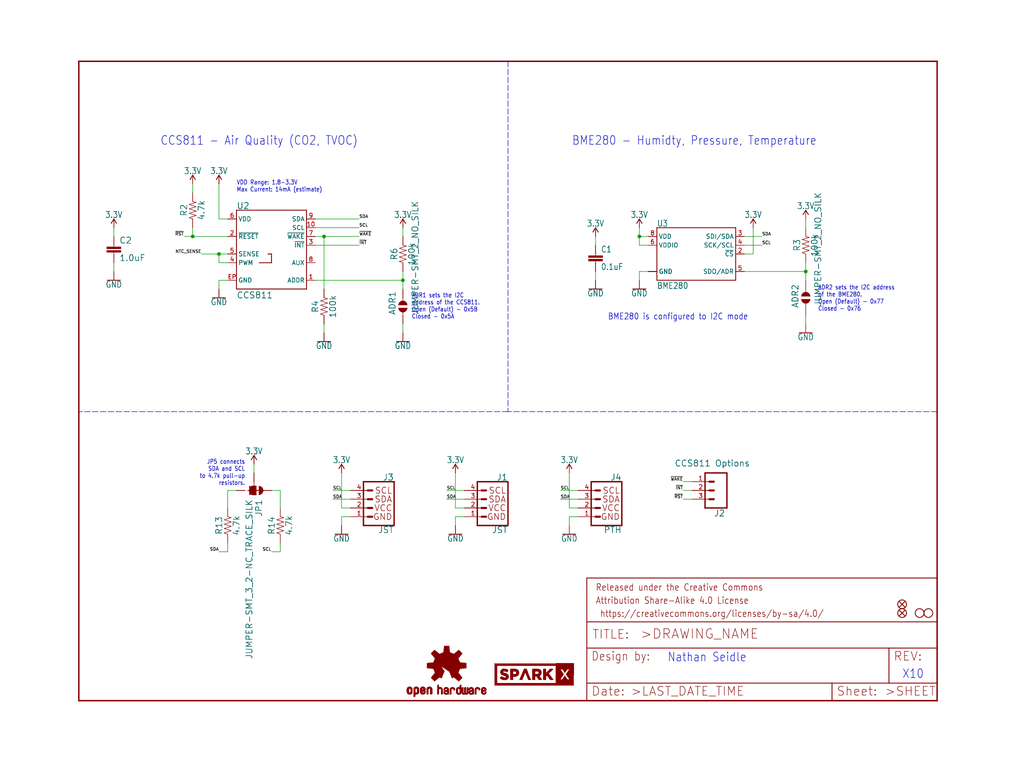
<source format=kicad_sch>
(kicad_sch (version 20211123) (generator eeschema)
  (paper "User" 297.002 223.926)
  (lib_symbols
    (symbol "eagleSchem-eagle-import:0.1UF-25V-5%(0603)"
      (property "Reference" "C" (at 1.524 2.921 0))
      (property "Value" "0.1UF-25V-5%(0603)" (at 1.524 -2.159 0))
      (symbol "0.1UF-25V-5%(0603)_1_0"
        (pin passive line (at 0 5.08 270) (length 2.54) (name "1") (number "1"))
        (pin passive line (at 0 -2.54 90) (length 2.54) (name "2") (number "2"))
      )
    )
    (symbol "eagleSchem-eagle-import:1.0UF-0603-16V-10%"
      (property "Reference" "C" (at 1.524 2.921 0))
      (property "Value" "1.0UF-0603-16V-10%" (at 1.524 -2.159 0))
      (symbol "1.0UF-0603-16V-10%_1_0"
        (pin passive line (at 0 5.08 270) (length 2.54) (name "1") (number "1"))
        (pin passive line (at 0 -2.54 90) (length 2.54) (name "2") (number "2"))
      )
    )
    (symbol "eagleSchem-eagle-import:100KOHM-0603-1{slash}10W-1%"
      (property "Reference" "R" (at 0 1.524 0))
      (property "Value" "100KOHM-0603-1{slash}10W-1%" (at 0 -1.524 0))
      (symbol "100KOHM-0603-1{slash}10W-1%_1_0"
        (pin passive line (at -5.08 0 0) (length 2.54) (name "1") (number "1"))
        (pin passive line (at 5.08 0 180) (length 2.54) (name "2") (number "2"))
      )
    )
    (symbol "eagleSchem-eagle-import:3.3V" (power)
      (property "Value" "3.3V" (at 0 2.794 0))
      (symbol "3.3V_1_0"
        (pin power_in line (at 0 0 90) (length 2.54) (name "3.3V") (number "1"))
      )
    )
    (symbol "eagleSchem-eagle-import:4.7KOHM-0603-1{slash}10W-1%"
      (property "Reference" "R" (at 0 1.524 0))
      (property "Value" "4.7KOHM-0603-1{slash}10W-1%" (at 0 -1.524 0))
      (symbol "4.7KOHM-0603-1{slash}10W-1%_1_0"
        (pin passive line (at -5.08 0 0) (length 2.54) (name "1") (number "1"))
        (pin passive line (at 5.08 0 180) (length 2.54) (name "2") (number "2"))
      )
    )
    (symbol "eagleSchem-eagle-import:BME280"
      (property "Reference" "U" (at -10.16 7.874 0))
      (property "Value" "BME280" (at -10.16 -10.16 0))
      (symbol "BME280_1_0"
        (pin bidirectional line (at -12.7 -5.08 0) (length 2.54) (name "GND") (number "1"))
        (pin bidirectional line (at 15.24 0 180) (length 2.54) (name "~{CS}") (number "2"))
        (pin bidirectional line (at 15.24 5.08 180) (length 2.54) (name "SDI/SDA") (number "3"))
        (pin bidirectional line (at 15.24 2.54 180) (length 2.54) (name "SCK/SCL") (number "4"))
        (pin bidirectional line (at 15.24 -5.08 180) (length 2.54) (name "SDO/ADR") (number "5"))
        (pin bidirectional line (at -12.7 2.54 0) (length 2.54) (name "VDDIO") (number "6"))
        (pin bidirectional line (at -12.7 -5.08 0) (length 2.54) (name "GND") (number "7"))
        (pin bidirectional line (at -12.7 5.08 0) (length 2.54) (name "VDD") (number "8"))
      )
    )
    (symbol "eagleSchem-eagle-import:CCS811PRODUCTION"
      (property "Reference" "U" (at -10.16 10.414 0))
      (property "Value" "CCS811PRODUCTION" (at -10.16 -15.494 0))
      (symbol "CCS811PRODUCTION_1_0"
        (pin bidirectional line (at 12.7 -10.16 180) (length 2.54) (name "ADDR") (number "1"))
        (pin bidirectional line (at 12.7 5.08 180) (length 2.54) (name "SCL") (number "10"))
        (pin bidirectional line (at -12.7 2.54 0) (length 2.54) (name "~{RESET}") (number "2"))
        (pin bidirectional line (at 12.7 0 180) (length 2.54) (name "~{INT}") (number "3"))
        (pin bidirectional line (at -12.7 -5.08 0) (length 2.54) (name "PWM") (number "4"))
        (pin bidirectional line (at -12.7 -2.54 0) (length 2.54) (name "SENSE") (number "5"))
        (pin bidirectional line (at -12.7 7.62 0) (length 2.54) (name "VDD") (number "6"))
        (pin bidirectional line (at 12.7 2.54 180) (length 2.54) (name "~{WAKE}") (number "7"))
        (pin bidirectional line (at 12.7 -5.08 180) (length 2.54) (name "AUX") (number "8"))
        (pin bidirectional line (at 12.7 7.62 180) (length 2.54) (name "SDA") (number "9"))
        (pin bidirectional line (at -12.7 -10.16 0) (length 2.54) (name "GND") (number "EP"))
      )
    )
    (symbol "eagleSchem-eagle-import:CONN_031X03_NO_SILK"
      (property "Reference" "J" (at -2.54 5.588 0))
      (property "Value" "CONN_031X03_NO_SILK" (at -2.54 -7.366 0))
      (symbol "CONN_031X03_NO_SILK_1_0"
        (pin passive line (at 7.62 -2.54 180) (length 5.08) (name "1") (number "1"))
        (pin passive line (at 7.62 0 180) (length 5.08) (name "2") (number "2"))
        (pin passive line (at 7.62 2.54 180) (length 5.08) (name "3") (number "3"))
      )
    )
    (symbol "eagleSchem-eagle-import:FIDUCIAL1X2")
    (symbol "eagleSchem-eagle-import:FRAME-LETTER"
      (symbol "FRAME-LETTER_2_0"
        (text " https://creativecommons.org/licenses/by-sa/4.0/" (at 2.54 24.13 0) (effects (font (size 1.9304 1.6408)) (justify left bottom)))
        (text ">DRAWING_NAME" (at 15.494 17.78 0) (effects (font (size 2.7432 2.7432)) (justify left bottom)))
        (text ">LAST_DATE_TIME" (at 12.7 1.27 0) (effects (font (size 2.54 2.54)) (justify left bottom)))
        (text ">SHEET" (at 86.36 1.27 0) (effects (font (size 2.54 2.54)) (justify left bottom)))
        (text "Attribution Share-Alike 4.0 License" (at 2.54 27.94 0) (effects (font (size 1.9304 1.6408)) (justify left bottom)))
        (text "Date:" (at 1.27 1.27 0) (effects (font (size 2.54 2.54)) (justify left bottom)))
        (text "Design by:" (at 1.27 11.43 0) (effects (font (size 2.54 2.159)) (justify left bottom)))
        (text "Released under the Creative Commons" (at 2.54 31.75 0) (effects (font (size 1.9304 1.6408)) (justify left bottom)))
        (text "REV:" (at 88.9 11.43 0) (effects (font (size 2.54 2.54)) (justify left bottom)))
        (text "Sheet:" (at 72.39 1.27 0) (effects (font (size 2.54 2.54)) (justify left bottom)))
        (text "TITLE:" (at 1.524 17.78 0) (effects (font (size 2.54 2.54)) (justify left bottom)))
      )
    )
    (symbol "eagleSchem-eagle-import:GND" (power)
      (property "Value" "GND" (at 0 -0.254 0))
      (symbol "GND_1_0"
        (pin power_in line (at 0 2.54 270) (length 2.54) (name "GND") (number "1"))
      )
    )
    (symbol "eagleSchem-eagle-import:I2C_STANDARDJS-1MM"
      (property "Reference" "J" (at -5.08 7.874 0))
      (property "Value" "I2C_STANDARDJS-1MM" (at -5.08 -5.334 0))
      (symbol "I2C_STANDARDJS-1MM_1_0"
        (text "GND" (at -4.572 -2.54 0) (effects (font (size 1.778 1.778)) (justify left)))
        (text "SCL" (at -4.572 5.08 0) (effects (font (size 1.778 1.778)) (justify left)))
        (text "SDA" (at -4.572 2.54 0) (effects (font (size 1.778 1.778)) (justify left)))
        (text "VCC" (at -4.572 0 0) (effects (font (size 1.778 1.778)) (justify left)))
        (pin power_in line (at 7.62 -2.54 180) (length 5.08) (name "GND") (number "1"))
        (pin power_in line (at 7.62 0 180) (length 5.08) (name "VCC") (number "2"))
        (pin passive line (at 7.62 2.54 180) (length 5.08) (name "SDA") (number "3"))
        (pin passive line (at 7.62 5.08 180) (length 5.08) (name "SCL") (number "4"))
      )
    )
    (symbol "eagleSchem-eagle-import:I2C_STANDARD_NO_SILK"
      (property "Reference" "J" (at -5.08 7.874 0))
      (property "Value" "I2C_STANDARD_NO_SILK" (at -5.08 -5.334 0))
      (symbol "I2C_STANDARD_NO_SILK_1_0"
        (text "GND" (at -4.572 -2.54 0) (effects (font (size 1.778 1.778)) (justify left)))
        (text "SCL" (at -4.572 5.08 0) (effects (font (size 1.778 1.778)) (justify left)))
        (text "SDA" (at -4.572 2.54 0) (effects (font (size 1.778 1.778)) (justify left)))
        (text "VCC" (at -4.572 0 0) (effects (font (size 1.778 1.778)) (justify left)))
        (pin power_in line (at 7.62 -2.54 180) (length 5.08) (name "GND") (number "1"))
        (pin power_in line (at 7.62 0 180) (length 5.08) (name "VCC") (number "2"))
        (pin passive line (at 7.62 2.54 180) (length 5.08) (name "SDA") (number "3"))
        (pin passive line (at 7.62 5.08 180) (length 5.08) (name "SCL") (number "4"))
      )
    )
    (symbol "eagleSchem-eagle-import:JUMPER-SMT_2_NO_SILK"
      (property "Reference" "JP" (at -2.54 2.54 0))
      (property "Value" "JUMPER-SMT_2_NO_SILK" (at -2.54 -2.54 0))
      (symbol "JUMPER-SMT_2_NO_SILK_1_0"
        (pin passive line (at -5.08 0 0) (length 2.54) (name "1") (number "1"))
        (pin passive line (at 5.08 0 180) (length 2.54) (name "2") (number "2"))
      )
    )
    (symbol "eagleSchem-eagle-import:JUMPER-SMT_3_2-NC_TRACE_SILK"
      (property "Reference" "JP" (at 2.54 0.381 0))
      (property "Value" "JUMPER-SMT_3_2-NC_TRACE_SILK" (at 2.54 -0.381 0))
      (symbol "JUMPER-SMT_3_2-NC_TRACE_SILK_1_0"
        (pin passive line (at 0 5.08 270) (length 2.54) (name "1") (number "1"))
        (pin passive line (at -5.08 0 0) (length 2.54) (name "2") (number "2"))
        (pin passive line (at 0 -5.08 90) (length 2.54) (name "3") (number "3"))
      )
    )
    (symbol "eagleSchem-eagle-import:OSHW-LOGOS")
    (symbol "eagleSchem-eagle-import:SPARKX-LOGO4")
    (symbol "eagleSchem-eagle-import:STAND-OFF")
  )
  (junction (at 63.5 73.66))
  (junction (at 116.84 81.28))
  (junction (at 55.88 68.58))
  (junction (at 185.42 68.58))
  (junction (at 233.68 78.74))
  (junction (at 93.98 68.58))
  (wire (pts (xy 167.64 147.32) (xy 165.1 147.32)))
  (wire (pts (xy 81.28 157.48) (xy 81.28 160.02)))
  (wire (pts (xy 33.02 78.74) (xy 33.02 76.2)))
  (wire (pts (xy 218.44 66.04) (xy 218.44 73.66)))
  (wire (pts (xy 134.62 142.24) (xy 129.54 142.24)))
  (wire (pts (xy 93.98 96.52) (xy 93.98 93.98)))
  (wire (pts (xy 66.04 63.5) (xy 63.5 63.5)))
  (wire (pts (xy 165.1 147.32) (xy 165.1 137.16)))
  (wire (pts (xy 63.5 160.02) (xy 66.04 160.02)))
  (wire (pts (xy 167.64 142.24) (xy 162.56 142.24)))
  (wire (pts (xy 93.98 83.82) (xy 93.98 68.58)))
  (wire (pts (xy 91.44 63.5) (xy 104.14 63.5)))
  (wire (pts (xy 33.02 66.04) (xy 33.02 68.58)))
  (wire (pts (xy 55.88 53.34) (xy 55.88 55.88)))
  (wire (pts (xy 172.72 81.28) (xy 172.72 78.74)))
  (wire (pts (xy 200.66 142.24) (xy 198.12 142.24)))
  (wire (pts (xy 167.64 149.86) (xy 165.1 149.86)))
  (wire (pts (xy 91.44 66.04) (xy 104.14 66.04)))
  (wire (pts (xy 233.68 81.28) (xy 233.68 78.74)))
  (wire (pts (xy 116.84 81.28) (xy 116.84 78.74)))
  (wire (pts (xy 101.6 149.86) (xy 99.06 149.86)))
  (wire (pts (xy 187.96 78.74) (xy 185.42 78.74)))
  (wire (pts (xy 165.1 149.86) (xy 165.1 152.4)))
  (wire (pts (xy 167.64 144.78) (xy 162.56 144.78)))
  (wire (pts (xy 215.9 68.58) (xy 220.98 68.58)))
  (wire (pts (xy 116.84 83.82) (xy 116.84 81.28)))
  (wire (pts (xy 91.44 71.12) (xy 104.14 71.12)))
  (wire (pts (xy 134.62 149.86) (xy 132.08 149.86)))
  (wire (pts (xy 134.62 147.32) (xy 132.08 147.32)))
  (wire (pts (xy 63.5 73.66) (xy 58.42 73.66)))
  (wire (pts (xy 63.5 73.66) (xy 63.5 76.2)))
  (wire (pts (xy 185.42 71.12) (xy 185.42 68.58)))
  (wire (pts (xy 134.62 144.78) (xy 129.54 144.78)))
  (wire (pts (xy 116.84 66.04) (xy 116.84 68.58)))
  (wire (pts (xy 233.68 93.98) (xy 233.68 91.44)))
  (wire (pts (xy 215.9 73.66) (xy 218.44 73.66)))
  (wire (pts (xy 116.84 96.52) (xy 116.84 93.98)))
  (wire (pts (xy 101.6 147.32) (xy 99.06 147.32)))
  (wire (pts (xy 63.5 81.28) (xy 63.5 83.82)))
  (wire (pts (xy 185.42 68.58) (xy 185.42 66.04)))
  (wire (pts (xy 215.9 71.12) (xy 220.98 71.12)))
  (wire (pts (xy 81.28 147.32) (xy 81.28 142.24)))
  (polyline (pts (xy 147.32 119.38) (xy 22.86 119.38)))
  (wire (pts (xy 101.6 142.24) (xy 96.52 142.24)))
  (wire (pts (xy 200.66 144.78) (xy 198.12 144.78)))
  (wire (pts (xy 187.96 71.12) (xy 185.42 71.12)))
  (wire (pts (xy 233.68 78.74) (xy 233.68 76.2)))
  (wire (pts (xy 91.44 68.58) (xy 93.98 68.58)))
  (wire (pts (xy 233.68 63.5) (xy 233.68 66.04)))
  (wire (pts (xy 66.04 147.32) (xy 66.04 142.24)))
  (wire (pts (xy 101.6 144.78) (xy 96.52 144.78)))
  (wire (pts (xy 66.04 81.28) (xy 63.5 81.28)))
  (wire (pts (xy 66.04 73.66) (xy 63.5 73.66)))
  (wire (pts (xy 66.04 142.24) (xy 68.58 142.24)))
  (polyline (pts (xy 271.78 119.38) (xy 147.32 119.38)))
  (wire (pts (xy 63.5 76.2) (xy 66.04 76.2)))
  (wire (pts (xy 55.88 68.58) (xy 53.34 68.58)))
  (wire (pts (xy 132.08 147.32) (xy 132.08 137.16)))
  (wire (pts (xy 99.06 147.32) (xy 99.06 137.16)))
  (wire (pts (xy 63.5 63.5) (xy 63.5 53.34)))
  (wire (pts (xy 185.42 78.74) (xy 185.42 81.28)))
  (wire (pts (xy 172.72 71.12) (xy 172.72 68.58)))
  (wire (pts (xy 55.88 68.58) (xy 55.88 66.04)))
  (polyline (pts (xy 147.32 17.78) (xy 147.32 119.38)))
  (wire (pts (xy 91.44 81.28) (xy 116.84 81.28)))
  (wire (pts (xy 185.42 68.58) (xy 187.96 68.58)))
  (wire (pts (xy 66.04 157.48) (xy 66.04 160.02)))
  (wire (pts (xy 200.66 139.7) (xy 198.12 139.7)))
  (wire (pts (xy 81.28 142.24) (xy 78.74 142.24)))
  (wire (pts (xy 81.28 160.02) (xy 78.74 160.02)))
  (wire (pts (xy 93.98 68.58) (xy 104.14 68.58)))
  (wire (pts (xy 132.08 149.86) (xy 132.08 152.4)))
  (wire (pts (xy 66.04 68.58) (xy 55.88 68.58)))
  (wire (pts (xy 215.9 78.74) (xy 233.68 78.74)))
  (wire (pts (xy 73.66 134.62) (xy 73.66 137.16)))
  (wire (pts (xy 99.06 149.86) (xy 99.06 152.4)))
  (text "CCS811 - Air Quality (CO2, TVOC)" (at 46.482 42.418 180) (effects (font (size 2.54 2.159)) (justify left bottom)))
  (text "ADR1 sets the I2C\naddress of the CCS811.\nOpen (Default) - 0x5B\nClosed - 0x5A" (at 119.38 88.9 180) (effects (font (size 1.27 1.0795)) (justify left)))
  (text "BME280 is configured to I2C mode" (at 176.276 90.932 180) (effects (font (size 1.778 1.5113)) (justify left top)))
  (text "JP5 connects\nSDA and SCL\nto 4.7k pull-up\nresistors." (at 71.12 137.16 180) (effects (font (size 1.27 1.0795)) (justify right)))
  (text "Nathan Seidle" (at 193.548 190.754 180) (effects (font (size 2.54 2.159)) (justify left)))
  (text "BME280 - Humidty, Pressure, Temperature" (at 165.862 42.418 180) (effects (font (size 2.54 2.159)) (justify left bottom)))
  (text "VDD Range: 1.8-3.3V\nMax Current: 14mA (estimate)" (at 68.58 55.88 180) (effects (font (size 1.27 1.0795)) (justify left bottom)))
  (text "X10" (at 261.62 195.58 180) (effects (font (size 2.54 2.159)) (justify left)))
  (text "ADR2 sets the I2C address\nof the BME280.\nOpen (Default) - 0x77\nClosed - 0x76" (at 237.236 82.804 180) (effects (font (size 1.27 1.0795)) (justify left top)))
  (label "SCL" (at 129.54 142.24 0) (effects (font (size 0.889 0.889))))
  (label "SDA" (at 63.5 160.02 180) (effects (font (size 0.889 0.889))))
  (label "~{WAKE}" (at 104.14 68.58 0) (effects (font (size 0.889 0.889))))
  (label "~{INT}" (at 198.12 142.24 180) (effects (font (size 0.889 0.889))))
  (label "SDA" (at 96.52 144.78 0) (effects (font (size 0.889 0.889))))
  (label "SDA" (at 220.98 68.58 0) (effects (font (size 0.889 0.889))))
  (label "SCL" (at 104.14 66.04 0) (effects (font (size 0.889 0.889))))
  (label "~{RST}" (at 198.12 144.78 180) (effects (font (size 0.889 0.889))))
  (label "SDA" (at 104.14 63.5 0) (effects (font (size 0.889 0.889))))
  (label "SCL" (at 162.56 142.24 0) (effects (font (size 0.889 0.889))))
  (label "SCL" (at 220.98 71.12 0) (effects (font (size 0.889 0.889))))
  (label "SDA" (at 162.56 144.78 0) (effects (font (size 0.889 0.889))))
  (label "SCL" (at 96.52 142.24 0) (effects (font (size 0.889 0.889))))
  (label "NTC_SENSE" (at 58.42 73.66 180) (effects (font (size 0.889 0.889))))
  (label "SDA" (at 129.54 144.78 0) (effects (font (size 0.889 0.889))))
  (label "~{RST}" (at 53.34 68.58 180) (effects (font (size 0.889 0.889))))
  (label "~{WAKE}" (at 198.12 139.7 180) (effects (font (size 0.889 0.889))))
  (label "~{INT}" (at 104.14 71.12 0) (effects (font (size 0.889 0.889))))
  (label "SCL" (at 78.74 160.02 180) (effects (font (size 0.889 0.889))))
  (symbol (lib_id "eagleSchem-eagle-import:3.3V") (at 165.1 137.16 0) (mirror y) (unit 1)
    (property "Reference" "#SUPPLY1" (effects hide))
    (property "Value" "3.3V" (at 165.1 134.366 0) (effects (font (size 1.778 1.5113)) (justify bottom)))
    (property "Footprint" "eagleSchem:" (effects hide))
  )
  (symbol (lib_id "eagleSchem-eagle-import:I2C_STANDARD_NO_SILK") (at 175.26 147.32 0) (mirror y) (unit 1)
    (property "Reference" "J4" (at 180.34 139.446 0) (effects (font (size 1.778 1.778)) (justify left bottom)))
    (property "Value" "PTH" (at 180.34 152.654 0) (effects (font (size 1.778 1.778)) (justify left top)))
    (property "Footprint" "eagleSchem:1X04_NO_SILK" (effects hide))
  )
  (symbol (lib_id "eagleSchem-eagle-import:SPARKX-LOGO4") (at 154.94 195.58 0) (unit 1)
    (property "Reference" "U$2" (effects hide))
    (property "Value" "SPARKX-LOGO4" (effects hide))
    (property "Footprint" "eagleSchem:SPARKX-MEDIUM" (effects hide))
  )
  (symbol (lib_id "eagleSchem-eagle-import:CONN_031X03_NO_SILK") (at 208.28 142.24 180) (unit 1)
    (property "Reference" "J2" (at 207.01 149.86 0) (effects (font (size 1.778 1.778)) (justify right top)))
    (property "Value" "CCS811 Options" (at 195.58 135.382 0) (effects (font (size 1.778 1.778)) (justify right top)))
    (property "Footprint" "eagleSchem:1X03_NO_SILK" (effects hide))
  )
  (symbol (lib_id "eagleSchem-eagle-import:GND") (at 99.06 154.94 0) (mirror y) (unit 1)
    (property "Reference" "#GND18" (effects hide))
    (property "Value" "GND" (at 99.06 155.194 0) (effects (font (size 1.778 1.5113)) (justify top)))
    (property "Footprint" "eagleSchem:" (effects hide))
  )
  (symbol (lib_id "eagleSchem-eagle-import:CCS811PRODUCTION") (at 78.74 71.12 0) (unit 1)
    (property "Reference" "U2" (at 68.58 60.706 0) (effects (font (size 1.778 1.778)) (justify left bottom)))
    (property "Value" "CCS811" (at 68.58 86.614 0) (effects (font (size 1.778 1.778)) (justify left bottom)))
    (property "Footprint" "eagleSchem:LGA10" (effects hide))
  )
  (symbol (lib_id "eagleSchem-eagle-import:STAND-OFF") (at 269.24 177.8 0) (unit 1)
    (property "Reference" "H4" (effects hide))
    (property "Value" "STAND-OFF" (effects hide))
    (property "Footprint" "eagleSchem:STAND-OFF" (effects hide))
  )
  (symbol (lib_id "eagleSchem-eagle-import:3.3V") (at 73.66 134.62 0) (unit 1)
    (property "Reference" "#SUPPLY18" (effects hide))
    (property "Value" "3.3V" (at 73.66 131.826 0) (effects (font (size 1.778 1.5113)) (justify bottom)))
    (property "Footprint" "eagleSchem:" (effects hide))
  )
  (symbol (lib_id "eagleSchem-eagle-import:I2C_STANDARDJS-1MM") (at 109.22 147.32 0) (mirror y) (unit 1)
    (property "Reference" "J3" (at 114.3 139.446 0) (effects (font (size 1.778 1.778)) (justify left bottom)))
    (property "Value" "JST" (at 114.3 152.654 0) (effects (font (size 1.778 1.778)) (justify left top)))
    (property "Footprint" "eagleSchem:1X04_1MM_RA" (effects hide))
  )
  (symbol (lib_id "eagleSchem-eagle-import:100KOHM-0603-1{slash}10W-1%") (at 233.68 71.12 90) (unit 1)
    (property "Reference" "R3" (at 232.156 71.12 0) (effects (font (size 1.778 1.778)) (justify bottom)))
    (property "Value" "100k" (at 235.204 71.12 0) (effects (font (size 1.778 1.778)) (justify top)))
    (property "Footprint" "eagleSchem:0603" (effects hide))
  )
  (symbol (lib_id "eagleSchem-eagle-import:3.3V") (at 172.72 68.58 0) (unit 1)
    (property "Reference" "#SUPPLY14" (effects hide))
    (property "Value" "3.3V" (at 172.72 65.786 0) (effects (font (size 1.778 1.5113)) (justify bottom)))
    (property "Footprint" "eagleSchem:" (effects hide))
  )
  (symbol (lib_id "eagleSchem-eagle-import:GND") (at 116.84 99.06 0) (unit 1)
    (property "Reference" "#GND9" (effects hide))
    (property "Value" "GND" (at 116.84 99.314 0) (effects (font (size 1.778 1.5113)) (justify top)))
    (property "Footprint" "eagleSchem:" (effects hide))
  )
  (symbol (lib_id "eagleSchem-eagle-import:4.7KOHM-0603-1{slash}10W-1%") (at 55.88 60.96 90) (unit 1)
    (property "Reference" "R2" (at 54.356 60.96 0) (effects (font (size 1.778 1.778)) (justify bottom)))
    (property "Value" "4.7k" (at 57.404 60.96 0) (effects (font (size 1.778 1.778)) (justify top)))
    (property "Footprint" "eagleSchem:0603" (effects hide))
  )
  (symbol (lib_id "eagleSchem-eagle-import:3.3V") (at 132.08 137.16 0) (mirror y) (unit 1)
    (property "Reference" "#SUPPLY4" (effects hide))
    (property "Value" "3.3V" (at 132.08 134.366 0) (effects (font (size 1.778 1.5113)) (justify bottom)))
    (property "Footprint" "eagleSchem:" (effects hide))
  )
  (symbol (lib_id "eagleSchem-eagle-import:1.0UF-0603-16V-10%") (at 33.02 73.66 0) (unit 1)
    (property "Reference" "C2" (at 34.544 70.739 0) (effects (font (size 1.778 1.778)) (justify left bottom)))
    (property "Value" "1.0uF" (at 34.544 75.819 0) (effects (font (size 1.778 1.778)) (justify left bottom)))
    (property "Footprint" "eagleSchem:0603" (effects hide))
  )
  (symbol (lib_id "eagleSchem-eagle-import:GND") (at 33.02 81.28 0) (unit 1)
    (property "Reference" "#GND6" (effects hide))
    (property "Value" "GND" (at 33.02 81.534 0) (effects (font (size 1.778 1.5113)) (justify top)))
    (property "Footprint" "eagleSchem:" (effects hide))
  )
  (symbol (lib_id "eagleSchem-eagle-import:GND") (at 172.72 83.82 0) (unit 1)
    (property "Reference" "#GND7" (effects hide))
    (property "Value" "GND" (at 172.72 84.074 0) (effects (font (size 1.778 1.5113)) (justify top)))
    (property "Footprint" "eagleSchem:" (effects hide))
  )
  (symbol (lib_id "eagleSchem-eagle-import:3.3V") (at 63.5 53.34 0) (unit 1)
    (property "Reference" "#SUPPLY3" (effects hide))
    (property "Value" "3.3V" (at 63.5 50.546 0) (effects (font (size 1.778 1.5113)) (justify bottom)))
    (property "Footprint" "eagleSchem:" (effects hide))
  )
  (symbol (lib_id "eagleSchem-eagle-import:4.7KOHM-0603-1{slash}10W-1%") (at 81.28 152.4 90) (unit 1)
    (property "Reference" "R14" (at 79.756 152.4 0) (effects (font (size 1.778 1.778)) (justify bottom)))
    (property "Value" "4.7k" (at 82.804 152.4 0) (effects (font (size 1.778 1.778)) (justify top)))
    (property "Footprint" "eagleSchem:0603" (effects hide))
  )
  (symbol (lib_id "eagleSchem-eagle-import:FRAME-LETTER") (at 170.18 203.2 0) (unit 2)
    (property "Reference" "FRAME1" (effects hide))
    (property "Value" "FRAME-LETTER" (effects hide))
    (property "Footprint" "eagleSchem:CREATIVE_COMMONS" (effects hide))
  )
  (symbol (lib_id "eagleSchem-eagle-import:GND") (at 63.5 86.36 0) (unit 1)
    (property "Reference" "#GND3" (effects hide))
    (property "Value" "GND" (at 63.5 86.614 0) (effects (font (size 1.778 1.5113)) (justify top)))
    (property "Footprint" "eagleSchem:" (effects hide))
  )
  (symbol (lib_id "eagleSchem-eagle-import:JUMPER-SMT_2_NO_SILK") (at 116.84 88.9 90) (unit 1)
    (property "Reference" "ADR1" (at 114.808 91.44 0) (effects (font (size 1.778 1.778)) (justify left bottom)))
    (property "Value" "JUMPER-SMT_2_NO_SILK" (at 119.38 91.44 0) (effects (font (size 1.778 1.778)) (justify left top)))
    (property "Footprint" "eagleSchem:SMT-JUMPER_2_NO_SILK" (effects hide))
  )
  (symbol (lib_id "eagleSchem-eagle-import:JUMPER-SMT_3_2-NC_TRACE_SILK") (at 73.66 142.24 270) (unit 1)
    (property "Reference" "JP1" (at 74.041 144.78 0) (effects (font (size 1.778 1.778)) (justify left bottom)))
    (property "Value" "JUMPER-SMT_3_2-NC_TRACE_SILK" (at 73.279 144.78 0) (effects (font (size 1.778 1.778)) (justify left top)))
    (property "Footprint" "eagleSchem:SMT-JUMPER_3_2-NC_TRACE_SILK" (effects hide))
  )
  (symbol (lib_id "eagleSchem-eagle-import:GND") (at 185.42 83.82 0) (unit 1)
    (property "Reference" "#GND2" (effects hide))
    (property "Value" "GND" (at 185.42 84.074 0) (effects (font (size 1.778 1.5113)) (justify top)))
    (property "Footprint" "eagleSchem:" (effects hide))
  )
  (symbol (lib_id "eagleSchem-eagle-import:3.3V") (at 116.84 66.04 0) (unit 1)
    (property "Reference" "#SUPPLY11" (effects hide))
    (property "Value" "3.3V" (at 116.84 63.246 0) (effects (font (size 1.778 1.5113)) (justify bottom)))
    (property "Footprint" "eagleSchem:" (effects hide))
  )
  (symbol (lib_id "eagleSchem-eagle-import:OSHW-LOGOS") (at 129.54 193.04 0) (unit 1)
    (property "Reference" "LOGO4" (effects hide))
    (property "Value" "OSHW-LOGOS" (effects hide))
    (property "Footprint" "eagleSchem:OSHW-LOGO-S" (effects hide))
  )
  (symbol (lib_id "eagleSchem-eagle-import:4.7KOHM-0603-1{slash}10W-1%") (at 66.04 152.4 90) (unit 1)
    (property "Reference" "R13" (at 64.516 152.4 0) (effects (font (size 1.778 1.778)) (justify bottom)))
    (property "Value" "4.7k" (at 67.564 152.4 0) (effects (font (size 1.778 1.778)) (justify top)))
    (property "Footprint" "eagleSchem:0603" (effects hide))
  )
  (symbol (lib_id "eagleSchem-eagle-import:GND") (at 233.68 96.52 0) (unit 1)
    (property "Reference" "#GND8" (effects hide))
    (property "Value" "GND" (at 233.68 96.774 0) (effects (font (size 1.778 1.5113)) (justify top)))
    (property "Footprint" "eagleSchem:" (effects hide))
  )
  (symbol (lib_id "eagleSchem-eagle-import:0.1UF-25V-5%(0603)") (at 172.72 76.2 0) (unit 1)
    (property "Reference" "C1" (at 174.244 73.279 0) (effects (font (size 1.778 1.5113)) (justify left bottom)))
    (property "Value" "0.1uF" (at 174.244 78.359 0) (effects (font (size 1.778 1.5113)) (justify left bottom)))
    (property "Footprint" "eagleSchem:0603-CAP" (effects hide))
  )
  (symbol (lib_id "eagleSchem-eagle-import:GND") (at 93.98 99.06 0) (unit 1)
    (property "Reference" "#GND5" (effects hide))
    (property "Value" "GND" (at 93.98 99.314 0) (effects (font (size 1.778 1.5113)) (justify top)))
    (property "Footprint" "eagleSchem:" (effects hide))
  )
  (symbol (lib_id "eagleSchem-eagle-import:GND") (at 132.08 154.94 0) (mirror y) (unit 1)
    (property "Reference" "#GND1" (effects hide))
    (property "Value" "GND" (at 132.08 155.194 0) (effects (font (size 1.778 1.5113)) (justify top)))
    (property "Footprint" "eagleSchem:" (effects hide))
  )
  (symbol (lib_id "eagleSchem-eagle-import:3.3V") (at 233.68 63.5 0) (unit 1)
    (property "Reference" "#SUPPLY6" (effects hide))
    (property "Value" "3.3V" (at 233.68 60.706 0) (effects (font (size 1.778 1.5113)) (justify bottom)))
    (property "Footprint" "eagleSchem:" (effects hide))
  )
  (symbol (lib_id "eagleSchem-eagle-import:100KOHM-0603-1{slash}10W-1%") (at 116.84 73.66 90) (unit 1)
    (property "Reference" "R6" (at 115.316 73.66 0) (effects (font (size 1.778 1.778)) (justify bottom)))
    (property "Value" "100k" (at 118.364 73.66 0) (effects (font (size 1.778 1.778)) (justify top)))
    (property "Footprint" "eagleSchem:0603" (effects hide))
  )
  (symbol (lib_id "eagleSchem-eagle-import:3.3V") (at 185.42 66.04 0) (unit 1)
    (property "Reference" "#SUPPLY10" (effects hide))
    (property "Value" "3.3V" (at 185.42 63.246 0) (effects (font (size 1.778 1.5113)) (justify bottom)))
    (property "Footprint" "eagleSchem:" (effects hide))
  )
  (symbol (lib_id "eagleSchem-eagle-import:3.3V") (at 218.44 66.04 0) (unit 1)
    (property "Reference" "#SUPPLY12" (effects hide))
    (property "Value" "3.3V" (at 218.44 63.246 0) (effects (font (size 1.778 1.5113)) (justify bottom)))
    (property "Footprint" "eagleSchem:" (effects hide))
  )
  (symbol (lib_id "eagleSchem-eagle-import:FIDUCIAL1X2") (at 261.62 175.26 0) (unit 1)
    (property "Reference" "FD2" (effects hide))
    (property "Value" "FIDUCIAL1X2" (effects hide))
    (property "Footprint" "eagleSchem:FIDUCIAL-1X2" (effects hide))
  )
  (symbol (lib_id "eagleSchem-eagle-import:STAND-OFF") (at 266.7 177.8 0) (unit 1)
    (property "Reference" "H2" (effects hide))
    (property "Value" "STAND-OFF" (effects hide))
    (property "Footprint" "eagleSchem:STAND-OFF" (effects hide))
  )
  (symbol (lib_id "eagleSchem-eagle-import:SPARKX-LOGO4") (at 154.94 195.58 0) (unit 1)
    (property "Reference" "U$1" (effects hide))
    (property "Value" "SPARKX-LOGO4" (effects hide))
    (property "Footprint" "eagleSchem:SPARKX-MEDIUM" (effects hide))
  )
  (symbol (lib_id "eagleSchem-eagle-import:3.3V") (at 55.88 53.34 0) (unit 1)
    (property "Reference" "#SUPPLY2" (effects hide))
    (property "Value" "3.3V" (at 55.88 50.546 0) (effects (font (size 1.778 1.5113)) (justify bottom)))
    (property "Footprint" "eagleSchem:" (effects hide))
  )
  (symbol (lib_id "eagleSchem-eagle-import:FIDUCIAL1X2") (at 261.62 177.8 0) (unit 1)
    (property "Reference" "FD1" (effects hide))
    (property "Value" "FIDUCIAL1X2" (effects hide))
    (property "Footprint" "eagleSchem:FIDUCIAL-1X2" (effects hide))
  )
  (symbol (lib_id "eagleSchem-eagle-import:I2C_STANDARDJS-1MM") (at 142.24 147.32 0) (mirror y) (unit 1)
    (property "Reference" "J1" (at 147.32 139.446 0) (effects (font (size 1.778 1.778)) (justify left bottom)))
    (property "Value" "JST" (at 147.32 152.654 0) (effects (font (size 1.778 1.778)) (justify left top)))
    (property "Footprint" "eagleSchem:1X04_1MM_RA" (effects hide))
  )
  (symbol (lib_id "eagleSchem-eagle-import:JUMPER-SMT_2_NO_SILK") (at 233.68 86.36 90) (unit 1)
    (property "Reference" "ADR2" (at 231.648 89.408 0) (effects (font (size 1.778 1.778)) (justify left bottom)))
    (property "Value" "JUMPER-SMT_2_NO_SILK" (at 236.22 88.9 0) (effects (font (size 1.778 1.778)) (justify left top)))
    (property "Footprint" "eagleSchem:SMT-JUMPER_2_NO_SILK" (effects hide))
  )
  (symbol (lib_id "eagleSchem-eagle-import:3.3V") (at 99.06 137.16 0) (mirror y) (unit 1)
    (property "Reference" "#SUPPLY21" (effects hide))
    (property "Value" "3.3V" (at 99.06 134.366 0) (effects (font (size 1.778 1.5113)) (justify bottom)))
    (property "Footprint" "eagleSchem:" (effects hide))
  )
  (symbol (lib_id "eagleSchem-eagle-import:FRAME-LETTER") (at 22.86 203.2 0) (unit 1)
    (property "Reference" "FRAME1" (effects hide))
    (property "Value" "FRAME-LETTER" (effects hide))
    (property "Footprint" "eagleSchem:CREATIVE_COMMONS" (effects hide))
  )
  (symbol (lib_id "eagleSchem-eagle-import:GND") (at 165.1 154.94 0) (mirror y) (unit 1)
    (property "Reference" "#GND4" (effects hide))
    (property "Value" "GND" (at 165.1 155.194 0) (effects (font (size 1.778 1.5113)) (justify top)))
    (property "Footprint" "eagleSchem:" (effects hide))
  )
  (symbol (lib_id "eagleSchem-eagle-import:100KOHM-0603-1{slash}10W-1%") (at 93.98 88.9 90) (unit 1)
    (property "Reference" "R4" (at 92.456 88.9 0) (effects (font (size 1.778 1.778)) (justify bottom)))
    (property "Value" "100k" (at 95.504 88.9 0) (effects (font (size 1.778 1.778)) (justify top)))
    (property "Footprint" "eagleSchem:0603" (effects hide))
  )
  (symbol (lib_id "eagleSchem-eagle-import:BME280") (at 200.66 73.66 0) (unit 1)
    (property "Reference" "U3" (at 190.5 65.786 0) (effects (font (size 1.778 1.5113)) (justify left bottom)))
    (property "Value" "BME280" (at 190.5 83.82 0) (effects (font (size 1.778 1.5113)) (justify left bottom)))
    (property "Footprint" "eagleSchem:BME280_LGA" (effects hide))
  )
  (symbol (lib_id "eagleSchem-eagle-import:3.3V") (at 33.02 66.04 0) (unit 1)
    (property "Reference" "#SUPPLY9" (effects hide))
    (property "Value" "3.3V" (at 33.02 63.246 0) (effects (font (size 1.778 1.5113)) (justify bottom)))
    (property "Footprint" "eagleSchem:" (effects hide))
  )
)
</source>
